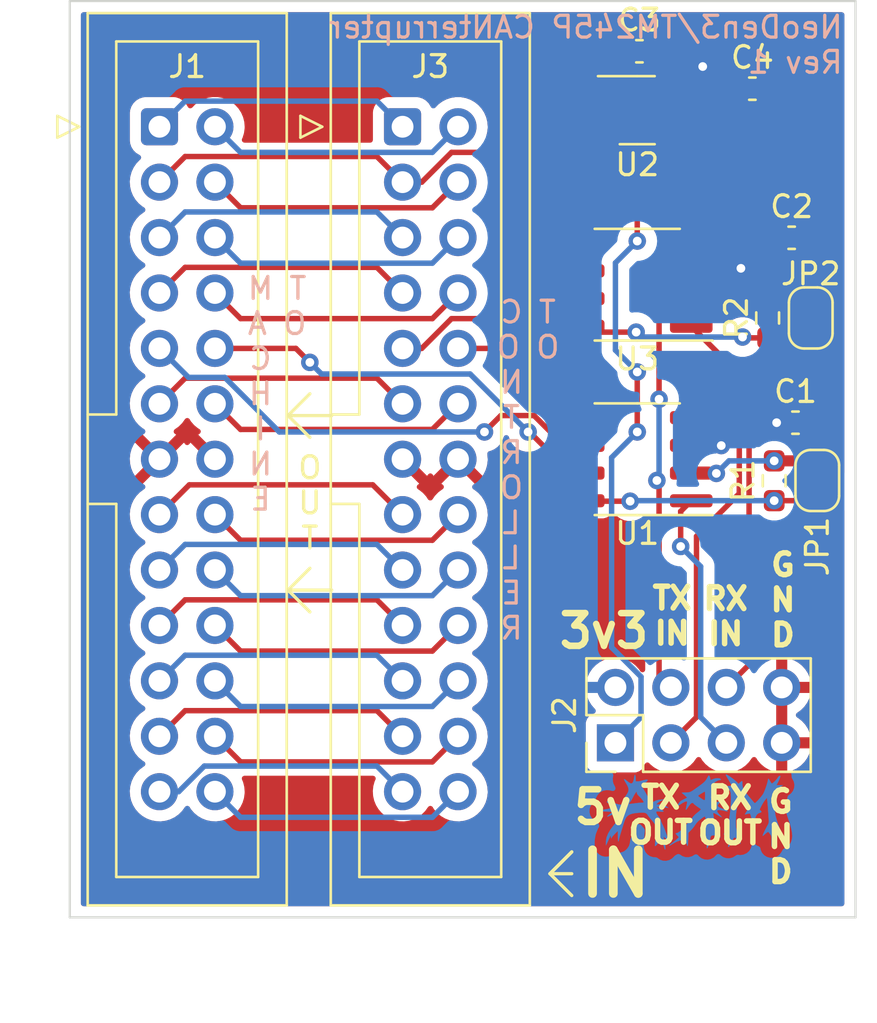
<source format=kicad_pcb>
(kicad_pcb (version 20211014) (generator pcbnew)

  (general
    (thickness 1.6)
  )

  (paper "A4")
  (layers
    (0 "F.Cu" signal)
    (31 "B.Cu" signal)
    (32 "B.Adhes" user "B.Adhesive")
    (33 "F.Adhes" user "F.Adhesive")
    (34 "B.Paste" user)
    (35 "F.Paste" user)
    (36 "B.SilkS" user "B.Silkscreen")
    (37 "F.SilkS" user "F.Silkscreen")
    (38 "B.Mask" user)
    (39 "F.Mask" user)
    (40 "Dwgs.User" user "User.Drawings")
    (41 "Cmts.User" user "User.Comments")
    (42 "Eco1.User" user "User.Eco1")
    (43 "Eco2.User" user "User.Eco2")
    (44 "Edge.Cuts" user)
    (45 "Margin" user)
    (46 "B.CrtYd" user "B.Courtyard")
    (47 "F.CrtYd" user "F.Courtyard")
    (48 "B.Fab" user)
    (49 "F.Fab" user)
    (50 "User.1" user)
    (51 "User.2" user)
    (52 "User.3" user)
    (53 "User.4" user)
    (54 "User.5" user)
    (55 "User.6" user)
    (56 "User.7" user)
    (57 "User.8" user)
    (58 "User.9" user)
  )

  (setup
    (pad_to_mask_clearance 0)
    (pcbplotparams
      (layerselection 0x00010fc_ffffffff)
      (disableapertmacros false)
      (usegerberextensions false)
      (usegerberattributes true)
      (usegerberadvancedattributes true)
      (creategerberjobfile true)
      (svguseinch false)
      (svgprecision 6)
      (excludeedgelayer true)
      (plotframeref false)
      (viasonmask false)
      (mode 1)
      (useauxorigin false)
      (hpglpennumber 1)
      (hpglpenspeed 20)
      (hpglpendiameter 15.000000)
      (dxfpolygonmode true)
      (dxfimperialunits true)
      (dxfusepcbnewfont true)
      (psnegative false)
      (psa4output false)
      (plotreference true)
      (plotvalue true)
      (plotinvisibletext false)
      (sketchpadsonfab false)
      (subtractmaskfromsilk false)
      (outputformat 1)
      (mirror false)
      (drillshape 1)
      (scaleselection 1)
      (outputdirectory "")
    )
  )

  (net 0 "")
  (net 1 "GND")
  (net 2 "+5V")
  (net 3 "CAN1_L_b")
  (net 4 "TX_OUT")
  (net 5 "RX_OUT")
  (net 6 "RX_IN")
  (net 7 "TX_IN")
  (net 8 "CAN1_H_a")
  (net 9 "CAN1_L_a")
  (net 10 "+3V3")
  (net 11 "unconnected-(U1-Pad5)")
  (net 12 "CAN1_H_b")
  (net 13 "Net-(JP1-Pad1)")
  (net 14 "unconnected-(U2-Pad4)")
  (net 15 "unconnected-(U3-Pad5)")
  (net 16 "14")
  (net 17 "Net-(J1-Pad2)")
  (net 18 "Net-(J1-Pad4)")
  (net 19 "16")
  (net 20 "Net-(J1-Pad6)")
  (net 21 "17")
  (net 22 "Net-(J1-Pad8)")
  (net 23 "19")
  (net 24 "Net-(J1-Pad12)")
  (net 25 "21")
  (net 26 "Net-(J1-Pad16)")
  (net 27 "22")
  (net 28 "Net-(J1-Pad18)")
  (net 29 "23")
  (net 30 "Net-(J1-Pad20)")
  (net 31 "24")
  (net 32 "Net-(J1-Pad22)")
  (net 33 "25")
  (net 34 "Net-(J1-Pad24)")
  (net 35 "26")
  (net 36 "Net-(J1-Pad26)")
  (net 37 "Net-(JP2-Pad1)")

  (footprint "Capacitor_SMD:C_0603_1608Metric_Pad1.08x0.95mm_HandSolder" (layer "F.Cu") (at 147.25 98.325))

  (footprint "Package_TO_SOT_SMD:SOT-23-5" (layer "F.Cu") (at 140 84))

  (footprint "Package_SO:SOIC-8_3.9x4.9mm_P1.27mm" (layer "F.Cu") (at 140 100 180))

  (footprint "Capacitor_SMD:C_0603_1608Metric_Pad1.08x0.95mm_HandSolder" (layer "F.Cu") (at 140.1 81.3))

  (footprint "Capacitor_SMD:C_0603_1608Metric_Pad1.08x0.95mm_HandSolder" (layer "F.Cu") (at 145.275 83.015))

  (footprint "Jumper:SolderJumper-2_P1.3mm_Bridged_RoundedPad1.0x1.5mm" (layer "F.Cu") (at 148.25 100.975 90))

  (footprint "Package_SO:SOIC-8_3.9x4.9mm_P1.27mm" (layer "F.Cu") (at 140 92 180))

  (footprint "Resistor_SMD:R_0603_1608Metric_Pad0.98x0.95mm_HandSolder" (layer "F.Cu") (at 146.275 100.9875 90))

  (footprint "Jumper:SolderJumper-2_P1.3mm_Bridged_RoundedPad1.0x1.5mm" (layer "F.Cu") (at 147.95 93.525 90))

  (footprint "Connector_PinHeader_2.54mm:PinHeader_2x04_P2.54mm_Vertical" (layer "F.Cu") (at 139 113 90))

  (footprint "Connector_IDC:IDC-Header_2x13_P2.54mm_Vertical" (layer "F.Cu") (at 118.11 84.76))

  (footprint "Capacitor_SMD:C_0603_1608Metric_Pad1.08x0.95mm_HandSolder" (layer "F.Cu") (at 147.075 89.85))

  (footprint "Resistor_SMD:R_0603_1608Metric_Pad0.98x0.95mm_HandSolder" (layer "F.Cu") (at 145.975 93.525 90))

  (footprint "Connector_IDC:IDC-Header_2x13_P2.54mm_Vertical" (layer "F.Cu") (at 129.2475 84.76))

  (footprint "MRA:MRA-2024_10x6mm" (layer "B.Cu") (at 142.5 117.5 180))

  (gr_line (start 124 106) (end 125 107) (layer "F.SilkS") (width 0.15) (tstamp 1b35ceba-fc0c-497f-b452-c9ae99678733))
  (gr_line (start 126 98) (end 124 98) (layer "F.SilkS") (width 0.15) (tstamp 6383d51c-2a4a-451b-80f6-d8ddd181fcca))
  (gr_line (start 124 106) (end 125 105) (layer "F.SilkS") (width 0.15) (tstamp 82685c86-25ea-4101-9a87-13af464cb716))
  (gr_line (start 124 98) (end 125 97) (layer "F.SilkS") (width 0.15) (tstamp 997ebd3b-fb52-489d-905e-2a7aae5bd517))
  (gr_line (start 136 119) (end 137 118) (layer "F.SilkS") (width 0.15) (tstamp a3211a09-e8bb-45b4-9fce-27397cf3f049))
  (gr_line (start 137 119) (end 136 119) (layer "F.SilkS") (width 0.15) (tstamp bab9a1de-c8d3-471f-9075-142844f4fafd))
  (gr_line (start 126 106) (end 124 106) (layer "F.SilkS") (width 0.15) (tstamp c0ed410a-0280-4a8c-8ff3-f58b7b1340fc))
  (gr_line (start 137 120) (end 136 119) (layer "F.SilkS") (width 0.15) (tstamp c72c22c7-03ff-4aff-8914-f4bb4f8b74fb))
  (gr_line (start 137 118) (end 136 119) (layer "F.SilkS") (width 0.15) (tstamp e82afd7a-801a-4e3e-8de5-eae8d5f80978))
  (gr_line (start 124 98) (end 125 99) (layer "F.SilkS") (width 0.15) (tstamp f2ae85d9-7640-48a3-83c4-8d4b3e89cde3))
  (gr_line (start 150 79) (end 150 121) (layer "Edge.Cuts") (width 0.1) (tstamp 37adae89-c453-452e-9eba-b7b5810782ff))
  (gr_line (start 114 121) (end 114 79) (layer "Edge.Cuts") (width 0.1) (tstamp 68ac5ede-4be6-4cf4-af0b-e6ffb760e579))
  (gr_line (start 114 79) (end 150 79) (layer "Edge.Cuts") (width 0.1) (tstamp 7f96af27-0894-4332-82e7-8a43e9cb2c6b))
  (gr_line (start 150 121) (end 114 121) (layer "Edge.Cuts") (width 0.1) (tstamp be3c84b7-d017-4d3f-a81b-d7b8f9c7d610))
  (gr_text "NeoDen3/TM245P CANterrupter\nRev 1" (at 149.5 81) (layer "B.SilkS") (tstamp 85e5ba4e-27c5-4953-97da-30453358411c)
    (effects (font (size 1 1) (thickness 0.15)) (justify left mirror))
  )
  (gr_text "T C\nO O\n  N\n  T\n  R\n  O\n  L\n  L\n  E\n  R" (at 135 100.5) (layer "B.SilkS") (tstamp 89856a81-e87a-40be-bf91-0bf118f6c5d1)
    (effects (font (size 1 1) (thickness 0.15)) (justify mirror))
  )
  (gr_text "T M\nO A\n  C\n  H\n  I\n  N\n  E" (at 123.5 97) (layer "B.SilkS") (tstamp 9784282a-b8b7-4596-a74c-a9fe26c692e5)
    (effects (font (size 1 1) (thickness 0.15)) (justify mirror))
  )
  (gr_text "RX\nOUT" (at 144.25 116.325) (layer "F.SilkS") (tstamp 1f3b451a-b3d5-4412-b287-bc28c4dd75d3)
    (effects (font (size 1 1) (thickness 0.25)))
  )
  (gr_text "IN\n" (at 139 119) (layer "F.SilkS") (tstamp 279041df-5701-40f8-b43b-c55f9f224924)
    (effects (font (size 2 2) (thickness 0.4)))
  )
  (gr_text "TX\nIN" (at 141.6 107.175) (layer "F.SilkS") (tstamp 30c21f42-be8b-44a8-8755-4c71ea17970e)
    (effects (font (size 1 1) (thickness 0.25)))
  )
  (gr_text "3v3" (at 138.475 107.875) (layer "F.SilkS") (tstamp 7b3c9497-d115-4983-9d12-36e4b2e87f8b)
    (effects (font (size 1.5 1.5) (thickness 0.3)))
  )
  (gr_text "RX\nIN" (at 144.05 107.2) (layer "F.SilkS") (tstamp b87393fd-025c-457c-998c-e5a14d5e61ea)
    (effects (font (size 1 1) (thickness 0.25)))
  )
  (gr_text "5v" (at 138.425 115.95) (layer "F.SilkS") (tstamp d476c3a6-daec-4bf7-b315-b4c2f1faa61d)
    (effects (font (size 1.5 1.5) (thickness 0.3)))
  )
  (gr_text "G\nN\nD" (at 146.675 106.45) (layer "F.SilkS") (tstamp d7f04d86-0ec8-4a47-ac10-2c688fbbbf9f)
    (effects (font (size 1 1) (thickness 0.25)))
  )
  (gr_text "TX\nOUT" (at 141.075 116.3) (layer "F.SilkS") (tstamp dcb532ab-2ba5-41bb-a9e2-2e41eccd101b)
    (effects (font (size 1 1) (thickness 0.25)))
  )
  (gr_text "G\nN\nD" (at 146.575 117.3) (layer "F.SilkS") (tstamp f7c1d7b2-5abf-4287-b0a2-4fb09ce14600)
    (effects (font (size 1 1) (thickness 0.25)))
  )
  (gr_text "O\nU\nT\n" (at 125 102) (layer "F.SilkS") (tstamp fade96c7-0c0f-4c4d-a287-8f5d4debf57d)
    (effects (font (size 1 1) (thickness 0.15)))
  )

  (segment (start 146.2375 92.875) (end 145.975 92.6125) (width 0.25) (layer "F.Cu") (net 1) (tstamp 0705a4b8-191a-481c-9642-e30d4f8b7703))
  (segment (start 143.61 100.635) (end 143.625 100.65) (width 0.25) (layer "F.Cu") (net 1) (tstamp 15a31f54-04c5-419f-8f88-f4c8aa85b434))
  (segment (start 147.95 92.875) (end 146.2375 92.875) (width 0.25) (layer "F.Cu") (net 1) (tstamp 73276d92-63e1-4616-b560-cb3ebc640510))
  (segment (start 142.475 100.635) (end 143.61 100.635) (width 0.25) (layer "F.Cu") (net 1) (tstamp d0bcadc0-8062-4a79-9b56-e3592d090664))
  (via (at 143.625 100.65) (size 0.8) (drill 0.4) (layers "F.Cu" "B.Cu") (net 1) (tstamp 905f2401-2b23-42dd-9f1f-61e429536cc2))
  (via (at 146.275 100.075) (size 0.8) (drill 0.4) (layers "F.Cu" "B.Cu") (net 1) (tstamp f2fedf92-cb6c-44a0-a8c3-326fa616d4fa))
  (segment (start 143.625 100.65) (end 144.2 100.075) (width 0.25) (layer "B.Cu") (net 1) (tstamp 38284b15-cf9d-423d-af8a-3cb3321f00f4))
  (segment (start 144.2 100.075) (end 146.275 100.075) (width 0.25) (layer "B.Cu") (net 1) (tstamp 588671fa-98e7-4579-8b6d-99e98c56d0d9))
  (segment (start 140 86.0875) (end 138.8625 84.95) (width 0.25) (layer "F.Cu") (net 2) (tstamp 20c4d52b-6ca5-4431-b166-04146a79621b))
  (segment (start 135.065489 85.934511) (end 137.95 83.05) (width 0.25) (layer "F.Cu") (net 2) (tstamp 222138b5-d6cb-4a76-bfb4-ba0550dad945))
  (segment (start 139.2375 81.3) (end 139.2375 82.675) (width 0.25) (layer "F.Cu") (net 2) (tstamp 349aaf1f-920f-4cd7-a796-a43040918eaf))
  (segment (start 140 90) (end 140 86.0875) (width 0.25) (layer "F.Cu") (net 2) (tstamp 4e3339a2-509f-4dd5-b976-5c39eb77c153))
  (segment (start 137.95 83.05) (end 138.8625 83.05) (width 0.25) (layer "F.Cu") (net 2) (tstamp 54d5a9ee-f256-497d-aa75-558498c68e3d))
  (segment (start 119.284511 86.125489) (end 128.072989 86.125489) (width 0.25) (layer "F.Cu") (net 2) (tstamp 72c43909-830c-471d-91a5-b90da356a981))
  (segment (start 129.2475 87.3) (end 130.12649 87.3) (width 0.25) (layer "F.Cu") (net 2) (tstamp 7d31a6d7-88f5-4c78-83fa-083d2412cd54))
  (segment (start 128.072989 86.125489) (end 129.2475 87.3) (width 0.25) (layer "F.Cu") (net 2) (tstamp 906d08f4-1e2b-444d-b9a0-861994c259d7))
  (segment (start 130.12649 87.3) (end 131.491979 85.934511) (width 0.25) (layer "F.Cu") (net 2) (tstamp 956b560d-23aa-4151-ac3b-6ffba79f7764))
  (segment (start 137.877989 85.934511) (end 138.8625 84.95) (width 0.25) (layer "F.Cu") (net 2) (tstamp 96bbbf44-09fc-4e6b-b3a5-80f37757d490))
  (segment (start 118.11 87.3) (end 119.284511 86.125489) (width 0.25) (layer "F.Cu") (net 2) (tstamp 9e473952-0655-4c61-b0a7-804ff8996ecf))
  (segment (start 140 96) (end 140 98.75) (width 0.25) (layer "F.Cu") (net 2) (tstamp ac3cbfb4-7fa8-42ff-b4c0-75a28e62bfb1))
  (segment (start 139.2375 82.675) (end 138.8625 83.05) (width 0.25) (layer "F.Cu") (net 2) (tstamp bd7bf443-6111-4ec5-bb22-b7c3f36493d7))
  (segment (start 131.491979 85.934511) (end 135.065489 85.934511) (width 0.25) (layer "F.Cu") (net 2) (tstamp cc662837-990c-4a0f-93a0-25df3683bc53))
  (segment (start 135.065489 85.934511) (end 137.877989 85.934511) (width 0.25) (layer "F.Cu") (net 2) (tstamp dc0de484-773a-4c2c-871d-0c796bbaeec2))
  (via (at 140 90) (size 0.8) (drill 0.4) (layers "F.Cu" "B.Cu") (net 2) (tstamp 0d4c2140-1a06-4cd9-861e-c1066ffc7fda))
  (via (at 140 98.75) (size 0.8) (drill 0.4) (layers "F.Cu" "B.Cu") (net 2) (tstamp 7f625e12-692b-4b28-b191-4fd476bf21d9))
  (via (at 140 96) (size 0.8) (drill 0.4) (layers "F.Cu" "B.Cu") (net 2) (tstamp 83faa0eb-1191-42c7-8b7e-046a3985374c))
  (segment (start 138.825 108.62399) (end 140.174511 109.973501) (width 0.25) (layer "B.Cu") (net 2) (tstamp 14fc2305-fea3-47d6-9a37-84bcd115322e))
  (segment (start 140.174511 111.825489) (end 139 113) (width 0.25) (layer "B.Cu") (net 2) (tstamp 6734d642-1332-41b0-95a1-bc63619b364b))
  (segment (start 140 98.75) (end 138.825 99.925) (width 0.25) (layer "B.Cu") (net 2) (tstamp 6fa8145f-4c86-431d-a94b-57494552123b))
  (segment (start 140.174511 109.973501) (end 140.174511 111.825489) (width 0.25) (layer "B.Cu") (net 2) (tstamp 881ba6c1-962a-43e8-acdf-1c75a4cb2656))
  (segment (start 139 91) (end 139 95) (width 0.25) (layer "B.Cu") (net 2) (tstamp 8a36bba3-719c-4401-a7e2-b97ec71035f5))
  (segment (start 138.825 99.925) (end 138.825 108.62399) (width 0.25) (layer "B.Cu") (net 2) (tstamp 8d91fba1-8886-4a37-831b-de5af95353f4))
  (segment (start 139 95) (end 140 96) (width 0.25) (layer "B.Cu") (net 2) (tstamp add4f416-1cd8-4b85-b16a-fdd542b7564e))
  (segment (start 140 90) (end 139 91) (width 0.25) (layer "B.Cu") (net 2) (tstamp c54fe3fe-c821-4517-a10d-a6e2e66389dc))
  (segment (start 136.639614 99.365) (end 135.274614 98) (width 0.25) (layer "F.Cu") (net 3) (tstamp 2b663c60-3d1d-416a-b4f3-bc88b30fecc2))
  (segment (start 133.75 98) (end 133 98.75) (width 0.25) (layer "F.Cu") (net 3) (tstamp 4d17dbec-6677-4692-ab72-28ff4b3efc4c))
  (segment (start 137.525 99.365) (end 136.639614 99.365) (width 0.25) (layer "F.Cu") (net 3) (tstamp 989437b9-cb29-4f7b-bbc4-05cee922a0af))
  (segment (start 135.274614 98) (end 133.75 98) (width 0.25) (layer "F.Cu") (net 3) (tstamp a0f7bed3-f86f-4691-99b7-86816373e0af))
  (via (at 133 98.75) (size 0.8) (drill 0.4) (layers "F.Cu" "B.Cu") (net 3) (tstamp 7ed5d499-ce91-4a0a-b8f6-172e9f6b9f3e))
  (segment (start 123.60101 98.75) (end 121.10101 96.25) (width 0.25) (layer "B.Cu") (net 3) (tstamp 039a3de2-4941-4b08-8cd7-77290cf1ea4b))
  (segment (start 119.44 96.25) (end 118.11 94.92) (width 0.25) (layer "B.Cu") (net 3) (tstamp 4359e8c3-d822-448a-af6e-6c4b0063b2ee))
  (segment (start 121.10101 96.25) (end 119.44 96.25) (width 0.25) (layer "B.Cu") (net 3) (tstamp 8018e8f6-27b0-4090-8d4f-ea935cfd590b))
  (segment (start 133 98.75) (end 123.60101 98.75) (width 0.25) (layer "B.Cu") (net 3) (tstamp dbd714d9-fc9f-4409-9946-03077eb75029))
  (segment (start 144.369614 98.095) (end 142.475 98.095) (width 0.25) (layer "F.Cu") (net 4) (tstamp 01a93aed-3f5f-490c-bdf0-2a82fc847f43))
  (segment (start 141.54 113) (end 142.714511 111.825489) (width 0.25) (layer "F.Cu") (net 4) (tstamp 2ff1d49a-c1be-4edc-bf3f-2a52fd4c3d16))
  (segment (start 144.675 98.400386) (end 144.369614 98.095) (width 0.25) (layer "F.Cu") (net 4) (tstamp 4396119c-99e6-41e2-9ac0-68739bd583b3))
  (segment (start 142.714511 111.825489) (end 142.714511 103.535489) (width 0.25) (layer "F.Cu") (net 4) (tstamp c40c6bbe-3e5d-4dc0-830f-a8ffddb54246))
  (segment (start 144.675 101.575) (end 144.675 98.400386) (width 0.25) (layer "F.Cu") (net 4) (tstamp dd723218-5c30-41fd-8726-40493ccc3dcd))
  (segment (start 142.714511 103.535489) (end 144.675 101.575) (width 0.25) (layer "F.Cu") (net 4) (tstamp f7a7e2fc-bddc-4986-9cb5-f3a1f3a42b31))
  (segment (start 141.990011 104) (end 141.990011 102.389989) (width 0.25) (layer "F.Cu") (net 5) (tstamp 7a448847-7116-48de-b692-b7877afd003d))
  (segment (start 141.990011 102.389989) (end 142.475 101.905) (width 0.25) (layer "F.Cu") (net 5) (tstamp 7bd1f7ed-387c-4f0e-861c-f776352253f0))
  (via (at 141.990011 104) (size 0.8) (drill 0.4) (layers "F.Cu" "B.Cu") (net 5) (tstamp 01d9e566-bc7d-4c20-a81e-89fcea8d3a8b))
  (segment (start 142.905489 111.825489) (end 142.905489 104.915478) (width 0.25) (layer "B.Cu") (net 5) (tstamp 37554477-8444-4e13-8ce2-29b2ff7ca69c))
  (segment (start 144.08 113) (end 142.905489 111.825489) (width 0.25) (layer "B.Cu") (net 5) (tstamp b3a0b8ce-2aa1-4690-9631-0ac56a44c123))
  (segment (start 142.905489 104.915478) (end 141.990011 104) (width 0.25) (layer "B.Cu") (net 5) (tstamp e1af900d-4d34-4f1c-9cac-0057cfab8079))
  (segment (start 145.12452 96.55452) (end 142.475 93.905) (width 0.25) (layer "F.Cu") (net 6) (tstamp 6640e98e-656f-46c7-b34a-df2d64dd505d))
  (segment (start 145.12452 109.41548) (end 145.12452 96.55452) (width 0.25) (layer "F.Cu") (net 6) (tstamp 9d883a3a-9ea5-4da2-ab06-a32664d72251))
  (segment (start 144.08 110.46) (end 145.12452 109.41548) (width 0.25) (layer "F.Cu") (net 6) (tstamp fb0cf383-b974-49fc-878c-23d5d10579e6))
  (segment (start 141 101.075) (end 141 109.92) (width 0.25) (layer "F.Cu") (net 7) (tstamp 7fd10477-a5e2-48f1-8f94-399831ffe2ea))
  (segment (start 142.098928 90.095) (end 142.475 90.095) (width 0.25) (layer "F.Cu") (net 7) (tstamp 9c60e7d3-b608-4979-96f6-1ac62873d94b))
  (segment (start 141 109.92) (end 141.54 110.46) (width 0.25) (layer "F.Cu") (net 7) (tstamp 9e96709e-45a0-4253-801e-fa0e46cded95))
  (segment (start 141 91.193928) (end 142.098928 90.095) (width 0.25) (layer "F.Cu") (net 7) (tstamp a6b3ca1d-fd4f-47f3-8a4d-2e3518aea13b))
  (segment (start 140.9 100.975) (end 141 101.075) (width 0.25) (layer "F.Cu") (net 7) (tstamp b227a2b4-060e-4ec6-bc4a-8e998433531f))
  (segment (start 141 97.25) (end 141 91.193928) (width 0.25) (layer "F.Cu") (net 7) (tstamp d0d4f553-fa9d-4102-9d57-00ae57584fca))
  (via (at 140.9 100.975) (size 0.8) (drill 0.4) (layers "F.Cu" "B.Cu") (net 7) (tstamp 3aa25b70-0c26-4a82-807f-f9b9da2f3069))
  (via (at 141 97.25) (size 0.8) (drill 0.4) (layers "F.Cu" "B.Cu") (net 7) (tstamp 437e54dd-953f-4e30-90f7-1dedc39be67b))
  (segment (start 140.9 100.975) (end 141 100.875) (width 0.25) (layer "B.Cu") (net 7) (tstamp 20a18dab-c529-4141-ac91-e0651a4d7492))
  (segment (start 141 100.875) (end 141 97.25) (width 0.25) (layer "B.Cu") (net 7) (tstamp a99b7081-5276-4cae-b987-4d5349585eaa))
  (segment (start 133.58 94.92) (end 135.865 92.635) (width 0.25) (layer "F.Cu") (net 8) (tstamp 367b3eef-20d3-4ac9-9a2e-6e8bab424d64))
  (segment (start 131.7875 94.92) (end 133.58 94.92) (width 0.25) (layer "F.Cu") (net 8) (tstamp 3e45d173-0f65-4631-8988-3e024d7bd343))
  (segment (start 135.865 92.635) (end 137.525 92.635) (width 0.25) (layer "F.Cu") (net 8) (tstamp efff262d-2943-460e-b8d2-6562385a049f))
  (segment (start 129.2475 94.92) (end 130.12649 94.92) (width 0.25) (layer "F.Cu") (net 9) (tstamp 3921a141-d594-4e5d-b607-2e3ed30a4534))
  (segment (start 134.195489 93.554511) (end 136.385 91.365) (width 0.25) (layer "F.Cu") (net 9) (tstamp 5297421a-6a31-4f22-a6a7-119b56ceb54e))
  (segment (start 136.385 91.365) (end 137.525 91.365) (width 0.25) (layer "F.Cu") (net 9) (tstamp bd72f7ee-4d12-40db-ac74-db1201d28ba1))
  (segment (start 130.12649 94.92) (end 131.491979 93.554511) (width 0.25) (layer "F.Cu") (net 9) (tstamp e81f6c52-9d31-4297-a40e-dd97963bf87c))
  (segment (start 131.491979 93.554511) (end 134.195489 93.554511) (width 0.25) (layer "F.Cu") (net 9) (tstamp f3688389-ee69-4a86-9d77-0aafd858d18b))
  (segment (start 143.85 99.375) (end 143.84 99.365) (width 0.25) (layer "F.Cu") (net 10) (tstamp 2a5d72d2-83e3-4df0-9477-0943cb40fda1))
  (segment (start 143 82) (end 143.3975 82) (width 0.25) (layer "F.Cu") (net 10) (tstamp 459c5a2b-23e5-48b2-a5df-f927943e8ed5))
  (segment (start 143 82) (end 141.95 83.05) (width 0.25) (layer "F.Cu") (net 10) (tstamp 6c509276-1654-451c-9b58-5b89646e3e3e))
  (segment (start 144.635 91.365) (end 144.75 91.25) (width 0.25) (layer "F.Cu") (net 10) (tstamp 6d424111-ad3f-405e-8fe4-4769e6e6ee15))
  (segment (start 144.75 91.25) (end 144.8125 91.25) (width 0.25) (layer "F.Cu") (net 10) (tstamp 96856a0e-2bc1-4212-80ac-ac1f374d4449))
  (segment (start 141.95 83.05) (end 141.1375 83.05) (width 0.25) (layer "F.Cu") (net 10) (tstamp a9c2c6e7-aba0-446b-a959-ce00936037d4))
  (segment (start 143.84 99.365) (end 142.475 99.365) (width 0.25) (layer "F.Cu") (net 10) (tstamp afae1f0b-ceda-4766-a838-b9e0a3455166))
  (segment (start 142.475 91.365) (end 144.635 91.365) (width 0.25) (layer "F.Cu") (net 10) (tstamp c0ecbcfe-7b79-44fa-b3b8-a6edb101ac67))
  (segment (start 143.3975 82) (end 144.4125 83.015) (width 0.25) (layer "F.Cu") (net 10) (tstamp d720c83b-7eb4-437b-851d-0c48c626245f))
  (segment (start 144.8125 91.25) (end 146.2125 89.85) (width 0.25) (layer "F.Cu") (net 10) (tstamp f1a8f4a6-02e1-4551-b8e0-9a2eb2cb55e1))
  (via (at 143.85 99.375) (size 0.8) (drill 0.4) (layers "F.Cu" "B.Cu") (net 10) (tstamp ad0bbfa1-0b5c-48b3-80f8-4224ada35993))
  (via (at 146.3875 98.325) (size 0.8) (drill 0.4) (layers "F.Cu" "B.Cu") (net 10) (tstamp c828d757-acee-4012-b180-08fa53c74a48))
  (via (at 143 82) (size 0.8) (drill 0.4) (layers "F.Cu" "B.Cu") (net 10) (tstamp d4345894-0888-4df4-9263-3eb20ae519ab))
  (via (at 144.75 91.25) (size 0.8) (drill 0.4) (layers "F.Cu" "B.Cu") (net 10) (tstamp f02143ec-3735-4cb6-8bbd-246cba88c3b7))
  (segment (start 143.85 99.375) (end 145.3375 99.375) (width 0.25) (layer "B.Cu") (net 10) (tstamp d3d5ac86-c364-42d3-b107-2f6fb5119784))
  (segment (start 145.3375 99.375) (end 146.3875 98.325) (width 0.25) (layer "B.Cu") (net 10) (tstamp f3d0f509-0dd0-4774-9a81-69320c6b4224))
  (segment (start 136.945778 100.635) (end 137.525 100.635) (width 0.25) (layer "F.Cu") (net 12) (tstamp 57075325-c231-4e58-abc3-950998a179e1))
  (segment (start 135 98.75) (end 135.060778 98.75) (width 0.25) (layer "F.Cu") (net 12) (tstamp 771bf096-2620-4333-a0c5-0a4bab98a5f8))
  (segment (start 120.65 94.92) (end 124.359011 94.92) (width 0.25) (layer "F.Cu") (net 12) (tstamp 86aa3a97-7c0e-41fa-b771-0f0c3f623495))
  (segment (start 135.060778 98.75) (end 136.945778 100.635) (width 0.25) (layer "F.Cu") (net 12) (tstamp ba7689ed-78f8-4718-bdc8-296760eac451))
  (segment (start 124.359011 94.92) (end 125 95.560989) (width 0.25) (layer "F.Cu") (net 12) (tstamp fc961b64-0558-4d00-81b9-f7ac49343d0f))
  (via (at 125 95.560989) (size 0.8) (drill 0.4) (layers "F.Cu" "B.Cu") (net 12) (tstamp 35c78d5a-1a13-4d6b-ae9f-130e96e5aa1b))
  (via (at 135 98.75) (size 0.8) (drill 0.4) (layers "F.Cu" "B.Cu") (net 12) (tstamp 8ae1b107-9f66-4294-b8d6-cf632c7b8a37))
  (segment (start 135 98.75) (end 132.344511 96.094511) (width 0.25) (layer "B.Cu") (net 12) (tstamp 4d8074a0-ed5c-414c-9a5a-5b6449ad64b8))
  (segment (start 132.344511 96.094511) (end 125.533522 96.094511) (width 0.25) (layer "B.Cu") (net 12) (tstamp 666b1933-cca2-40a3-90a1-077aa7d3605b))
  (segment (start 125.533522 96.094511) (end 125 95.560989) (width 0.25) (layer "B.Cu") (net 12) (tstamp 9f91bfd8-8f3f-4d5a-bdf7-3389079e3e3c))
  (segment (start 146.275 101.9) (end 147.975 101.9) (width 0.25) (layer "F.Cu") (net 13) (tstamp 0f9040cd-1d7b-454d-89f9-f0aa1bac54fd))
  (segment (start 137.545 101.925) (end 137.525 101.905) (width 0.25) (layer "F.Cu") (net 13) (tstamp 89cb9c0f-b2c4-4546-b1af-a7b0f95e1513))
  (segment (start 147.975 101.9) (end 148.25 101.625) (width 0.25) (layer "F.Cu") (net 13) (tstamp b9f15cd6-166e-4d26-a0e9-17b9bd3d7855))
  (segment (start 139.675 101.925) (end 137.545 101.925) (width 0.25) (layer "F.Cu") (net 13) (tstamp ef633464-6b69-40e4-aefa-41b5e8de8116))
  (via (at 139.675 101.925) (size 0.8) (drill 0.4) (layers "F.Cu" "B.Cu") (net 13) (tstamp 4ac8a439-0e78-47db-b6ee-fa921d98f879))
  (via (at 146.275 101.9) (size 0.8) (drill 0.4) (layers "F.Cu" "B.Cu") (net 13) (tstamp 6b7347a9-a03c-4b02-ba56-6a125b9879b6))
  (segment (start 139.7 101.9) (end 139.675 101.925) (width 0.25) (layer "B.Cu") (net 13) (tstamp 8d4692be-6c7d-4347-8064-c5289c47c115))
  (segment (start 146.275 101.9) (end 139.7 101.9) (width 0.25) (layer "B.Cu") (net 13) (tstamp d28af20f-2b70-4d27-aba3-de6fca052a54))
  (segment (start 118.11 84.76) (end 119.284511 83.585489) (width 0.25) (layer "B.Cu") (net 16) (tstamp 45346e5b-30f3-4f2d-93bb-00c0cc954be9))
  (segment (start 119.284511 83.585489) (end 128.072989 83.585489) (width 0.25) (layer "B.Cu") (net 16) (tstamp be5f0528-9021-4698-acf7-7568c448e474))
  (segment (start 128.072989 83.585489) (end 129.2475 84.76) (width 0.25) (layer "B.Cu") (net 16) (tstamp f2a7aa4b-9dce-4357-9f70-92c352c6c738))
  (segment (start 120.65 84.76) (end 121.82452 85.93452) (width 0.25) (layer "B.Cu") (net 17) (tstamp 0083ec75-76b0-493d-8fda-a764c239d7cf))
  (segment (start 130.61298 85.93452) (end 131.7875 84.76) (width 0.25) (layer "B.Cu") (net 17) (tstamp 32b61a13-4aff-4bac-9fbe-92b95a644c62))
  (segment (start 121.82452 85.93452) (end 130.61298 85.93452) (width 0.25) (layer "B.Cu") (net 17) (tstamp c269488e-d53b-462a-958b-b94261f4be44))
  (segment (start 130.612989 88.474511) (end 131.7875 87.3) (width 0.25) (layer "F.Cu") (net 18) (tstamp 626b106f-5298-4624-8621-4c71b192b89c))
  (segment (start 120.65 87.3) (end 121.824511 88.474511) (width 0.25) (layer "F.Cu") (net 18) (tstamp 9df9c3da-3415-42a7-9ff8-310f85653067))
  (segment (start 121.824511 88.474511) (end 130.612989 88.474511) (width 0.25) (layer "F.Cu") (net 18) (tstamp f2142b5d-5acb-449f-bce9-da997f7a1565))
  (segment (start 118.11 89.84) (end 119.284511 88.665489) (width 0.25) (layer "B.Cu") (net 19) (tstamp 5bb9604f-b863-4300-9a44-4bd76802d13a))
  (segment (start 128.072989 88.665489) (end 129.2475 89.84) (width 0.25) (layer "B.Cu") (net 19) (tstamp 8385b95d-6b99-4dcf-a51f-c892e4cb3fe0))
  (segment (start 119.284511 88.665489) (end 128.072989 88.665489) (width 0.25) (layer "B.Cu") (net 19) (tstamp befff059-d19e-4cb7-8297-16485bae5356))
  (segment (start 120.65 89.84) (end 121.824511 91.014511) (width 0.25) (layer "B.Cu") (net 20) (tstamp 1e55239a-b4b2-44d6-96eb-f4d00923a84e))
  (segment (start 130.612989 91.014511) (end 131.7875 89.84) (width 0.25) (layer "B.Cu") (net 20) (tstamp abfa0b89-265b-4182-b7f9-23bf8177ecd1))
  (segment (start 121.824511 91.014511) (end 130.612989 91.014511) (width 0.25) (layer "B.Cu") (net 20) (tstamp b05437ce-3e5a-46fb-8266-f774125bcbb3))
  (segment (start 118.11 92.38) (end 119.284511 91.205489) (width 0.25) (layer "F.Cu") (net 21) (tstamp 11041ffe-9688-4e0f-81dc-bc6e1a68d24a))
  (segment (start 119.284511 91.205489) (end 128.072989 91.205489) (width 0.25) (layer "F.Cu") (net 21) (tstamp 62b04c01-f216-4648-a8ff-92e79b27eadf))
  (segment (start 128.072989 91.205489) (end 129.2475 92.38) (width 0.25) (layer "F.Cu") (net 21) (tstamp 8a4d46bd-9a80-42fc-b84c-b20ee2df828f))
  (segment (start 130.612989 93.554511) (end 131.7875 92.38) (width 0.25) (layer "F.Cu") (net 22) (tstamp 02d130a8-58c5-48c8-9baa-1ec19766502e))
  (segment (start 121.824511 93.554511) (end 130.612989 93.554511) (width 0.25) (layer "F.Cu") (net 22) (tstamp 19d5cb7b-4f53-4294-a994-7666d6b5f5b3))
  (segment (start 120.65 92.38) (end 121.824511 93.554511) (width 0.25) (layer "F.Cu") (net 22) (tstamp 513961d9-55a2-4e89-b4d5-4f7621876ab6))
  (segment (start 118.11 97.46) (end 119.284511 96.285489) (width 0.25) (layer "F.Cu") (net 23) (tstamp 8684bf80-6b9b-4995-9030-99528b55a852))
  (segment (start 128.072989 96.285489) (end 129.2475 97.46) (width 0.25) (layer "F.Cu") (net 23) (tstamp e7e38404-5a39-49b9-8f6e-3bbe3704e1ea))
  (segment (start 119.284511 96.285489) (end 128.072989 96.285489) (width 0.25) (layer "F.Cu") (net 23) (tstamp fa26564f-649c-4360-a510-eac91a6f828b))
  (segment (start 120.65 97.46) (end 121.824511 98.634511) (width 0.25) (layer "F.Cu") (net 24) (tstamp 53773cb4-330c-4bd4-84a1-999b438cd1a9))
  (segment (start 130.612989 98.634511) (end 131.7875 97.46) (width 0.25) (layer "F.Cu") (net 24) (tstamp 5bd0a9be-04df-410a-b009-60a563493524))
  (segment (start 121.824511 98.634511) (end 130.612989 98.634511) (width 0.25) (layer "F.Cu") (net 24) (tstamp fa405c89-84bb-448e-a831-f4bea4443621))
  (segment (start 118.11 102.54) (end 119.475489 101.174511) (width 0.25) (layer "F.Cu") (net 25) (tstamp 0ddb9489-dfa7-45e2-ba7e-d3d96e7f19ca))
  (segment (start 119.475489 101.174511) (end 127.882011 101.174511) (width 0.25) (layer "F.Cu") (net 25) (tstamp a7f2a493-0c9d-4122-99c0-6491746c3f82))
  (segment (start 127.882011 101.174511) (end 129.2475 102.54) (width 0.25) (layer "F.Cu") (net 25) (tstamp a851c0c1-318c-433e-aae3-5954620678ad))
  (segment (start 120.65 102.54) (end 121.824511 103.714511) (width 0.25) (layer "F.Cu") (net 26) (tstamp 22f519b6-8afd-453a-b5f6-72ea5b6ac716))
  (segment (start 121.824511 103.714511) (end 130.612989 103.714511) (width 0.25) (layer "F.Cu") (net 26) (tstamp 33224edd-7af0-477e-8508-48d43779fb23))
  (segment (start 130.612989 103.714511) (end 131.7875 102.54) (width 0.25) (layer "F.Cu") (net 26) (tstamp 333553c6-f6b4-4017-9145-356b55a50352))
  (segment (start 128.072989 103.905489) (end 129.2475 105.08) (width 0.25) (layer "B.Cu") (net 27) (tstamp 001d5752-6dea-4feb-a3a8-927e46b35e4b))
  (segment (start 118.11 105.08) (end 119.284511 103.905489) (width 0.25) (layer "B.Cu") (net 27) (tstamp 9fc387f7-6e5b-48e0-a111-f79a2e9fee3e))
  (segment (start 119.284511 103.905489) (end 128.072989 103.905489) (width 0.25) (layer "B.Cu") (net 27) (tstamp e27f448e-7766-4de9-9ac0-db4f8ae6fba9))
  (segment (start 130.612989 106.254511) (end 131.7875 105.08) (width 0.25) (layer "B.Cu") (net 28) (tstamp 12e30761-57f7-4680-ab51-2b33bf4a932b))
  (segment (start 121.824511 106.254511) (end 130.612989 106.254511) (width 0.25) (layer "B.Cu") (net 28) (tstamp 551ff0be-0f22-41b8-8ae1-b42b70b8d1e8))
  (segment (start 120.65 105.08) (end 121.824511 106.254511) (width 0.25) (layer "B.Cu") (net 28) (tstamp ea49f44a-164d-4ef1-b863-23692aac84c0))
  (segment (start 128.072989 106.445489) (end 129.2475 107.62) (width 0.25) (layer "F.Cu") (net 29) (tstamp 085166d8-a6d2-4681-9791-71ac50a5da4c))
  (segment (start 118.11 107.62) (end 119.284511 106.445489) (width 0.25) (layer "F.Cu") (net 29) (tstamp 0cd77e6c-df5f-4e65-a84d-88d664473e02))
  (segment (start 119.284511 106.445489) (end 128.072989 106.445489) (width 0.25) (layer "F.Cu") (net 29) (tstamp bd1d54ed-8ee5-4dc8-8eb5-f86485dc0328))
  (segment (start 121.824511 108.794511) (end 130.612989 108.794511) (width 0.25) (layer "F.Cu") (net 30) (tstamp 03215252-49c6-4df0-9283-d2118213582c))
  (segment (start 120.65 107.62) (end 121.824511 108.794511) (width 0.25) (layer "F.Cu") (net 30) (tstamp 66433b9a-96d8-47fc-9891-1c4284cd48fa))
  (segment (start 130.612989 108.794511) (end 131.7875 107.62) (width 0.25) (layer "F.Cu") (net 30) (tstamp ebb8a04f-bc97-4cb2-8597-7d6d0901822e))
  (segment (start 128.072989 108.985489) (end 129.2475 110.16) (width 0.25) (layer "B.Cu") (net 31) (tstamp 02c71bb5-0d4d-4904-a0f1-a48aa5971042))
  (segment (start 118.11 110.16) (end 119.284511 108.985489) (width 0.25) (layer "B.Cu") (net 31) (tstamp 6d679b9a-efbf-457c-862a-fab84311c046))
  (segment (start 119.284511 108.985489) (end 128.072989 108.985489) (width 0.25) (layer "B.Cu") (net 31) (tstamp bf480b89-29d9-45a0-9aa7-4dda03c85381))
  (segment (start 130.612989 111.334511) (end 131.7875 110.16) (width 0.25) (layer "B.Cu") (net 32) (tstamp 6e22864b-0714-4019-83f6-3c8c06e69a24))
  (segment (start 120.65 110.16) (end 121.824511 111.334511) (width 0.25) (layer "B.Cu") (net 32) (tstamp 87676f84-66e6-4097-92f8-98732f957dc8))
  (segment (start 121.824511 111.334511) (end 130.612989 111.334511) (width 0.25) (layer "B.Cu") (net 32) (tstamp 9f8a76a9-fc92-47cb-98cf-eb19daadaa30))
  (segment (start 118.11 112.7) (end 119.284511 111.525489) (width 0.25) (layer "F.Cu") (net 33) (tstamp 19194afe-2373-4b25-97d7-a98b550d9dce))
  (segment (start 119.284511 111.525489) (end 128.072989 111.525489) (width 0.25) (layer "F.Cu") (net 33) (tstamp 9fb1f4ca-5068-487f-8e89-47a2a38dc03c))
  (segment (start 128.072989 111.525489) (end 129.2475 112.7) (width 0.25) (layer "F.Cu") (net 33) (tstamp f73c9f6c-8790-47b0-9efc-614c905ffc52))
  (segment (start 130.612989 113.874511) (end 131.7875 112.7) (width 0.25) (layer "F.Cu") (net 34) (tstamp 4f8f4c7c-af07-4ede-b2e5-9be6a7da67dd))
  (segment (start 120.65 112.7) (end 121.824511 113.874511) (width 0.25) (layer "F.Cu") (net 34) (tstamp 765f9432-c578-49ae-a63b-aa050d95d35b))
  (segment (start 121.824511 113.874511) (end 130.612989 113.874511) (width 0.25) (layer "F.Cu") (net 34) (tstamp ed2ff1bf-46d1-45aa-a998-ccbb3943ad94))
  (segment (start 118.11 115.24) (end 118.98899 115.24) (width 0.25) (layer "B.Cu") (net 35) (tstamp 22b72a7d-5cfb-45c2-b9a1-4f8fc019b2a3))
  (segment (start 118.98899 115.24) (end 120.163501 114.065489) (width 0.25) (layer "B.Cu") (net 35) (tstamp 8f21f562-88e4-4ef0-b67e-6d49628c7acc))
  (segment (start 128.072989 114.065489) (end 129.2475 115.24) (width 0.25) (layer "B.Cu") (net 35) (tstamp ebd50f98-fa1d-477d-9eae-34f387f64d93))
  (segment (start 120.163501 114.065489) (end 128.072989 114.065489) (width 0.25) (layer "B.Cu") (net 35) (tstamp f7346785-78b3-4a5e-afbe-5b1982c1b45e))
  (segment (start 130.612989 116.414511) (end 131.7875 115.24) (width 0.25) (layer "B.Cu") (net 36) (tstamp 38acb754-9cb3-473a-ae9f-edc241dde841))
  (segment (start 121.824511 116.414511) (end 130.612989 116.414511) (width 0.25) (layer "B.Cu") (net 36) (tstamp 53face3d-645e-4072-a158-093850dfb8fb))
  (segment (start 120.65 115.24) (end 121.824511 116.414511) (width 0.25) (layer "B.Cu") (net 36) (tstamp c8685291-8782-4608-91fd-c24750a708d7))
  (segment (start 137.795 94.175) (end 137.525 93.905) (width 0.25) (layer "F.Cu") (net 37) (tstamp 01e69ef0-b560-41dd-b16f-bc921bd65607))
  (segment (start 145.975 94.4375) (end 147.6875 94.4375) (width 0.25) (layer "F.Cu") (net 37) (tstamp 202e8cc5-78e5-4531-84ca-9f84743c5ba5))
  (segment (start 145.975 94.4375) (end 144.8625 94.4375) (width 0.25) (layer "F.Cu") (net 37) (tstamp 362d7bf6-44e8-40b2-9762-a8ff5541b050))
  (segment (start 144.8625 94.4375) (end 144.825 94.4) (width 0.25) (layer "F.Cu") (net 37) (tstamp 53e8046a-1d59-4374-919a-be5f7cc4a4f4))
  (segment (start 139.95 94.175) (end 137.795 94.175) (width 0.25) (layer "F.Cu") (net 37) (tstamp 5b4ca86c-ae63-4f30-b793-373734769e47))
  (segment (start 147.6875 94.4375) (end 147.95 94.175) (width 0.25) (layer "F.Cu") (net 37) (tstamp e0fb4996-14ac-4391-982b-b8f6ac20cf31))
  (via (at 139.95 94.175) (size 0.8) (drill 0.4) (layers "F.Cu" "B.Cu") (net 37) (tstamp af988139-e4a2-4a79-8faf-c94d50a2ed3a))
  (via (at 144.825 94.4) (size 0.8) (drill 0.4) (layers "F.Cu" "B.Cu") (net 37) (tstamp b98ff10d-591f-4fd6-bc6c-5200de8ff75b))
  (segment (start 140.175 94.4) (end 139.95 94.175) (width 0.25) (layer "B.Cu") (net 37) (tstamp 38541585-663b-40c5-92ae-86b487bed3b9))
  (segment (start 144.825 94.4) (end 140.175 94.4) (width 0.25) (layer "B.Cu") (net 37) (tstamp f4445ff0-10cb-4441-a446-324ab085cce6))

  (zone (net 1) (net_name "GND") (layer "F.Cu") (tstamp 3b3aa576-ac40-49d3-b51b-027ad32ec1ce) (hatch edge 0.508)
    (connect_pads (clearance 0.508))
    (min_thickness 0.254) (filled_areas_thickness no)
    (fill yes (thermal_gap 0.508) (thermal_bridge_width 0.508))
    (polygon
      (pts
        (xy 150 121)
        (xy 114 121)
        (xy 114 79)
        (xy 150 79)
      )
    )
    (filled_polygon
      (layer "F.Cu")
      (pts
        (xy 149.434121 79.528002)
        (xy 149.480614 79.581658)
        (xy 149.492 79.634)
        (xy 149.492 100.602577)
        (xy 149.471998 100.670698)
        (xy 149.418342 100.717191)
        (xy 149.348068 100.727295)
        (xy 149.293052 100.70217)
        (xy 149.292135 100.703598)
        (xy 149.284555 100.698726)
        (xy 149.277743 100.692824)
        (xy 149.144734 100.632081)
        (xy 149 100.611271)
        (xy 148.579481 100.611271)
        (xy 148.568223 100.610767)
        (xy 148.556651 100.609729)
        (xy 148.518627 100.606318)
        (xy 148.516205 100.606288)
        (xy 148.516198 100.606288)
        (xy 148.512884 100.606248)
        (xy 148.506285 100.606167)
        (xy 148.43562 100.610767)
        (xy 148.431964 100.611005)
        (xy 148.423779 100.611271)
        (xy 148.079481 100.611271)
        (xy 148.068223 100.610767)
        (xy 148.056651 100.609729)
        (xy 148.018627 100.606318)
        (xy 148.016205 100.606288)
        (xy 148.016198 100.606288)
        (xy 148.012884 100.606248)
        (xy 148.006285 100.606167)
        (xy 147.93562 100.610767)
        (xy 147.931964 100.611005)
        (xy 147.923779 100.611271)
        (xy 147.5 100.611271)
        (xy 147.491024 100.611913)
        (xy 147.433627 100.616018)
        (xy 147.433626 100.616018)
        (xy 147.426889 100.6165)
        (xy 147.405804 100.622691)
        (xy 147.334807 100.622691)
        (xy 147.275081 100.584307)
        (xy 147.245588 100.519726)
        (xy 147.247106 100.475382)
        (xy 147.248181 100.47037)
        (xy 147.257672 100.37773)
        (xy 147.258 100.371315)
        (xy 147.258 100.347115)
        (xy 147.253525 100.331876)
        (xy 147.252135 100.330671)
        (xy 147.244452 100.329)
        (xy 146.147 100.329)
        (xy 146.078879 100.308998)
        (xy 146.032386 100.255342)
        (xy 146.021 100.203)
        (xy 146.021 99.947)
        (xy 146.041002 99.878879)
        (xy 146.094658 99.832386)
        (xy 146.147 99.821)
        (xy 147.239885 99.821)
        (xy 147.255124 99.816525)
        (xy 147.256329 99.815135)
        (xy 147.258 99.807452)
        (xy 147.258 99.778734)
        (xy 147.257663 99.772218)
        (xy 147.247925 99.678368)
        (xy 147.245032 99.664972)
        (xy 147.194512 99.513547)
        (xy 147.188347 99.500385)
        (xy 147.104571 99.365004)
        (xy 147.095025 99.352959)
        (xy 147.068389 99.287149)
        (xy 147.081561 99.217385)
        (xy 147.127469 99.167553)
        (xy 147.132267 99.164584)
        (xy 147.154031 99.151116)
        (xy 147.161274 99.143861)
        (xy 147.163038 99.142895)
        (xy 147.164941 99.141387)
        (xy 147.165199 99.141713)
        (xy 147.223554 99.109781)
        (xy 147.294375 99.114782)
        (xy 147.33947 99.143708)
        (xy 147.342131 99.146364)
        (xy 147.35354 99.155375)
        (xy 147.489063 99.238912)
        (xy 147.502241 99.245056)
        (xy 147.653766 99.295315)
        (xy 147.667132 99.298181)
        (xy 147.75977 99.307672)
        (xy 147.766185 99.308)
        (xy 147.840385 99.308)
        (xy 147.855624 99.303525)
        (xy 147.856829 99.302135)
        (xy 147.8585 99.294452)
        (xy 147.8585 99.289885)
        (xy 148.3665 99.289885)
        (xy 148.370975 99.305124)
        (xy 148.372365 99.306329)
        (xy 148.380048 99.308)
        (xy 148.458766 99.308)
        (xy 148.465282 99.307663)
        (xy 148.559132 99.297925)
        (xy 148.572528 99.295032)
        (xy 148.723953 99.244512)
        (xy 148.737115 99.238347)
        (xy 148.872492 99.154574)
        (xy 148.88389 99.14554)
        (xy 148.996363 99.032871)
        (xy 149.005375 99.02146)
        (xy 149.088912 98.885937)
        (xy 149.095056 98.872759)
        (xy 149.145315 98.721234)
        (xy 149.148181 98.707868)
        (xy 149.157672 98.61523)
        (xy 149.158 98.608815)
        (xy 149.158 98.597115)
        (xy 149.153525 98.581876)
        (xy 149.152135 98.580671)
        (xy 149.144452 98.579)
        (xy 148.384615 98.579)
        (xy 148.369376 98.583475)
        (xy 148.368171 98.584865)
        (xy 148.3665 98.592548)
        (xy 148.3665 99.289885)
        (xy 147.8585 99.289885)
        (xy 147.8585 98.052885)
        (xy 148.3665 98.052885)
        (xy 148.370975 98.068124)
        (xy 148.372365 98.069329)
        (xy 148.380048 98.071)
        (xy 149.139885 98.071)
        (xy 149.155124 98.066525)
        (xy 149.156329 98.065135)
        (xy 149.158 98.057452)
        (xy 149.158 98.041234)
        (xy 149.157663 98.034718)
        (xy 149.147925 97.940868)
        (xy 149.145032 97.927472)
        (xy 149.094512 97.776047)
        (xy 149.088347 97.762885)
        (xy 149.004574 97.627508)
        (xy 148.99554 97.61611)
        (xy 148.882871 97.503637)
        (xy 148.87146 97.494625)
        (xy 148.735937 97.411088)
        (xy 148.722759 97.404944)
        (xy 148.571234 97.354685)
        (xy 148.557868 97.351819)
        (xy 148.46523 97.342328)
        (xy 148.458815 97.342)
        (xy 148.384615 97.342)
        (xy 148.369376 97.346475)
        (xy 148.368171 97.347865)
        (xy 148.3665 97.355548)
        (xy 148.3665 98.052885)
        (xy 147.8585 98.052885)
        (xy 147.8585 97.360115)
        (xy 147.854025 97.344876)
        (xy 147.852635 97.343671)
        (xy 147.844952 97.342)
        (xy 147.766234 97.342)
        (xy 147.759718 97.342337)
        (xy 147.665868 97.352075)
        (xy 147.652472 97.354968)
        (xy 147.501047 97.405488)
        (xy 147.487885 97.411653)
        (xy 147.352508 97.495426)
        (xy 147.341106 97.504464)
        (xy 147.339433 97.506139)
        (xy 147.338007 97.506919)
        (xy 147.335373 97.509007)
        (xy 147.335016 97.508556)
        (xy 147.277151 97.540219)
        (xy 147.206331 97.535216)
        (xy 147.161246 97.506299)
        (xy 147.158185 97.503244)
        (xy 147.153003 97.498071)
        (xy 147.129225 97.483414)
        (xy 147.01115 97.410631)
        (xy 147.011148 97.41063)
        (xy 147.00492 97.406791)
        (xy 146.839809 97.352026)
        (xy 146.832973 97.351326)
        (xy 146.83297 97.351325)
        (xy 146.781474 97.346049)
        (xy 146.737072 97.3415)
        (xy 146.037928 97.3415)
        (xy 146.034682 97.341837)
        (xy 146.034678 97.341837)
        (xy 145.940765 97.351581)
        (xy 145.940761 97.351582)
        (xy 145.933907 97.352293)
        (xy 145.927374 97.354473)
        (xy 145.927363 97.354475)
        (xy 145.923897 97.355632)
        (xy 145.921624 97.355715)
        (xy 145.920628 97.35593)
        (xy 145.92059 97.355753)
        (xy 145.852947 97.358218)
        (xy 145.791863 97.322034)
        (xy 145.760038 97.25857)
        (xy 145.75802 97.236109)
        (xy 145.75802 96.633287)
        (xy 145.758547 96.622104)
        (xy 145.760222 96.614611)
        (xy 145.759713 96.598401)
        (xy 145.758082 96.546534)
        (xy 145.75802 96.542575)
        (xy 145.75802 96.514664)
        (xy 145.757515 96.510664)
        (xy 145.756582 96.498821)
        (xy 145.755442 96.462549)
        (xy 145.755193 96.45463)
        (xy 145.749542 96.435178)
        (xy 145.745534 96.415826)
        (xy 145.743987 96.403583)
        (xy 145.742994 96.395723)
        (xy 145.733426 96.371556)
        (xy 145.72672 96.354617)
        (xy 145.722875 96.34339)
        (xy 145.722241 96.341207)
        (xy 145.710538 96.300927)
        (xy 145.700227 96.283492)
        (xy 145.691532 96.265744)
        (xy 145.684072 96.246903)
        (xy 145.658084 96.211133)
        (xy 145.651568 96.201213)
        (xy 145.6331 96.169985)
        (xy 145.633098 96.169982)
        (xy 145.629062 96.163158)
        (xy 145.614741 96.148837)
        (xy 145.6019 96.133803)
        (xy 145.594651 96.123826)
        (xy 145.589992 96.117413)
        (xy 145.555915 96.089222)
        (xy 145.547136 96.081232)
        (xy 144.964105 95.498201)
        (xy 144.930079 95.435889)
        (xy 144.935144 95.365074)
        (xy 144.977691 95.308238)
        (xy 145.027002 95.285859)
        (xy 145.107288 95.268794)
        (xy 145.137331 95.255418)
        (xy 145.207698 95.245984)
        (xy 145.266674 95.271645)
        (xy 145.266817 95.271758)
        (xy 145.271997 95.276929)
        (xy 145.278224 95.280767)
        (xy 145.278226 95.280769)
        (xy 145.412924 95.363798)
        (xy 145.42008 95.368209)
        (xy 145.585191 95.422974)
        (xy 145.592027 95.423674)
        (xy 145.59203 95.423675)
        (xy 145.635339 95.428112)
        (xy 145.687928 95.4335)
        (xy 146.262072 95.4335)
        (xy 146.265318 95.433163)
        (xy 146.265322 95.433163)
        (xy 146.359235 95.423419)
        (xy 146.359239 95.423418)
        (xy 146.366093 95.422707)
        (xy 146.372629 95.420526)
        (xy 146.372631 95.420526)
        (xy 146.520895 95.371061)
        (xy 146.531107 95.367654)
        (xy 146.679031 95.276116)
        (xy 146.801929 95.153003)
        (xy 146.805769 95.146774)
        (xy 146.815564 95.130884)
        (xy 146.868336 95.083391)
        (xy 146.922824 95.071)
        (xy 147.194915 95.071)
        (xy 147.248462 95.082944)
        (xy 147.333979 95.123095)
        (xy 147.338262 95.124404)
        (xy 147.338266 95.124406)
        (xy 147.431803 95.153003)
        (xy 147.473277 95.165683)
        (xy 147.4777 95.166372)
        (xy 147.477706 95.166373)
        (xy 147.537568 95.175693)
        (xy 147.614795 95.187717)
        (xy 147.619262 95.187772)
        (xy 147.619267 95.187772)
        (xy 147.692831 95.188671)
        (xy 147.760438 95.189497)
        (xy 147.764723 95.188937)
        (xy 147.77176 95.188729)
        (xy 148.161047 95.188729)
        (xy 148.161047 95.188727)
        (xy 148.164014 95.188318)
        (xy 148.260438 95.189496)
        (xy 148.26488 95.188915)
        (xy 148.264883 95.188915)
        (xy 148.398002 95.171508)
        (xy 148.398004 95.171508)
        (xy 148.402452 95.170926)
        (xy 148.542748 95.131755)
        (xy 148.673841 95.074072)
        (xy 148.762097 95.019137)
        (xy 148.793694 94.99947)
        (xy 148.793698 94.999467)
        (xy 148.797496 94.997103)
        (xy 148.812905 94.984151)
        (xy 148.903699 94.907831)
        (xy 148.9037 94.90783)
        (xy 148.907131 94.904946)
        (xy 149.004218 94.796361)
        (xy 149.008837 94.789423)
        (xy 149.081099 94.680865)
        (xy 149.0811 94.680863)
        (xy 149.083581 94.677136)
        (xy 149.146289 94.545667)
        (xy 149.154631 94.518968)
        (xy 149.178094 94.443865)
        (xy 149.188999 94.408961)
        (xy 149.189898 94.403414)
        (xy 149.201473 94.331943)
        (xy 149.212287 94.265179)
        (xy 149.214123 94.165008)
        (xy 149.21483 94.126461)
        (xy 149.21483 94.126459)
        (xy 149.214912 94.12198)
        (xy 149.214359 94.117535)
        (xy 149.214122 94.113056)
        (xy 149.214249 94.113049)
        (xy 149.213729 94.104661)
        (xy 149.213729 93.675)
        (xy 149.2085 93.601889)
        (xy 149.17836 93.499242)
        (xy 149.169843 93.470235)
        (xy 149.169842 93.470233)
        (xy 149.167304 93.461589)
        (xy 149.12596 93.397257)
        (xy 149.093122 93.346159)
        (xy 149.09312 93.346156)
        (xy 149.08825 93.338579)
        (xy 149.08144 93.332678)
        (xy 148.984555 93.248726)
        (xy 148.984552 93.248724)
        (xy 148.977743 93.242824)
        (xy 148.844734 93.182081)
        (xy 148.824252 93.179136)
        (xy 148.8199 93.17851)
        (xy 148.7 93.161271)
        (xy 148.279481 93.161271)
        (xy 148.268223 93.160767)
        (xy 148.264249 93.160411)
        (xy 148.218627 93.156318)
        (xy 148.216205 93.156288)
        (xy 148.216198 93.156288)
        (xy 148.212884 93.156248)
        (xy 148.206285 93.156167)
        (xy 148.13562 93.160767)
        (xy 148.131964 93.161005)
        (xy 148.123779 93.161271)
        (xy 147.779481 93.161271)
        (xy 147.768223 93.160767)
        (xy 147.764249 93.160411)
        (xy 147.718627 93.156318)
        (xy 147.716205 93.156288)
        (xy 147.716198 93.156288)
        (xy 147.712884 93.156248)
        (xy 147.706285 93.156167)
        (xy 147.63562 93.160767)
        (xy 147.631964 93.161005)
        (xy 147.623779 93.161271)
        (xy 147.2 93.161271)
        (xy 147.191024 93.161913)
        (xy 147.133627 93.166018)
        (xy 147.133626 93.166018)
        (xy 147.126889 93.1665)
        (xy 147.102944 93.173531)
        (xy 147.031948 93.173531)
        (xy 146.972222 93.135148)
        (xy 146.942729 93.070567)
        (xy 146.944246 93.026222)
        (xy 146.948181 93.00787)
        (xy 146.957672 92.91523)
        (xy 146.958 92.908815)
        (xy 146.958 92.884615)
        (xy 146.953525 92.869376)
        (xy 146.952135 92.868171)
        (xy 146.944452 92.8665)
        (xy 145.010115 92.8665)
        (xy 144.994876 92.870975)
        (xy 144.993671 92.872365)
        (xy 144.992 92.880048)
        (xy 144.992 92.908766)
        (xy 144.992337 92.915282)
        (xy 145.002075 93.009132)
        (xy 145.004968 93.022528)
        (xy 145.055488 93.173953)
        (xy 145.061651 93.187111)
        (xy 145.144663 93.321257)
        (xy 145.1635 93.389709)
        (xy 145.142338 93.457479)
        (xy 145.087898 93.50305)
        (xy 145.011322 93.510807)
        (xy 144.926946 93.492873)
        (xy 144.926947 93.492873)
        (xy 144.920487 93.4915)
        (xy 144.729513 93.4915)
        (xy 144.723061 93.492872)
        (xy 144.723056 93.492872)
        (xy 144.638681 93.510807)
        (xy 144.542712 93.531206)
        (xy 144.536682 93.533891)
        (xy 144.536681 93.533891)
        (xy 144.374278 93.606197)
        (xy 144.374276 93.606198)
        (xy 144.368248 93.608882)
        (xy 144.362907 93.612762)
        (xy 144.362906 93.612763)
        (xy 144.312843 93.649136)
        (xy 144.213747 93.721134)
        (xy 144.178728 93.760027)
        (xy 144.177617 93.761261)
        (xy 144.117171 93.7985)
        (xy 144.046187 93.797148)
        (xy 143.987202 93.757634)
        (xy 143.958369 93.686836)
        (xy 143.957615 93.677257)
        (xy 143.955562 93.651169)
        (xy 143.920311 93.529834)
        (xy 143.911357 93.499012)
        (xy 143.911356 93.49901)
        (xy 143.909145 93.491399)
        (xy 143.865458 93.417529)
        (xy 143.828493 93.355024)
        (xy 143.828492 93.355023)
        (xy 143.824453 93.348193)
        (xy 143.821513 93.345253)
        (xy 143.79618 93.280734)
        (xy 143.810079 93.211111)
        (xy 143.822126 93.192364)
        (xy 143.82809 93.184676)
        (xy 143.904648 93.055221)
        (xy 143.910893 93.04079)
        (xy 143.949939 92.906395)
        (xy 143.949899 92.892294)
        (xy 143.94263 92.889)
        (xy 142.347 92.889)
        (xy 142.278879 92.868998)
        (xy 142.232386 92.815342)
        (xy 142.221 92.763)
        (xy 142.221 92.507)
        (xy 142.241002 92.438879)
        (xy 142.294658 92.392386)
        (xy 142.347 92.381)
        (xy 143.936878 92.381)
        (xy 143.950409 92.377027)
        (xy 143.951544 92.369129)
        (xy 143.910893 92.22921)
        (xy 143.904648 92.214779)
        (xy 143.889189 92.188639)
        (xy 143.87173 92.119823)
        (xy 143.894247 92.052491)
        (xy 143.949591 92.008022)
        (xy 143.997643 91.9985)
        (xy 144.19365 91.9985)
        (xy 144.261771 92.018502)
        (xy 144.267693 92.022551)
        (xy 144.293248 92.041118)
        (xy 144.299276 92.043802)
        (xy 144.299278 92.043803)
        (xy 144.318792 92.052491)
        (xy 144.467712 92.118794)
        (xy 144.561112 92.138647)
        (xy 144.648056 92.157128)
        (xy 144.648061 92.157128)
        (xy 144.654513 92.1585)
        (xy 144.845487 92.1585)
        (xy 144.851944 92.157127)
        (xy 144.855336 92.156771)
        (xy 144.925174 92.169544)
        (xy 144.97702 92.218046)
        (xy 144.994414 92.286879)
        (xy 144.993849 92.294925)
        (xy 144.992328 92.309772)
        (xy 144.992 92.316185)
        (xy 144.992 92.340385)
        (xy 144.996475 92.355624)
        (xy 144.997865 92.356829)
        (xy 145.005548 92.3585)
        (xy 145.702885 92.3585)
        (xy 145.718124 92.354025)
        (xy 145.719329 92.352635)
        (xy 145.721 92.344952)
        (xy 145.721 92.340385)
        (xy 146.229 92.340385)
        (xy 146.233475 92.355624)
        (xy 146.234865 92.356829)
        (xy 146.242548 92.3585)
        (xy 146.939885 92.3585)
        (xy 146.955124 92.354025)
        (xy 146.956329 92.352635)
        (xy 146.958 92.344952)
        (xy 146.958 92.316234)
        (xy 146.957663 92.309718)
        (xy 146.947925 92.215868)
        (xy 146.945032 92.202472)
        (xy 146.894512 92.051047)
        (xy 146.888347 92.037885)
        (xy 146.804574 91.902508)
        (xy 146.79554 91.89111)
        (xy 146.682871 91.778637)
        (xy 146.67146 91.769625)
        (xy 146.535937 91.686088)
        (xy 146.522759 91.679944)
        (xy 146.371234 91.629685)
        (xy 146.357868 91.626819)
        (xy 146.26523 91.617328)
        (xy 146.258815 91.617)
        (xy 146.247115 91.617)
        (xy 146.231876 91.621475)
        (xy 146.230671 91.622865)
        (xy 146.229 91.630548)
        (xy 146.229 92.340385)
        (xy 145.721 92.340385)
        (xy 145.721 91.635115)
        (xy 145.716525 91.619876)
        (xy 145.699779 91.605366)
        (xy 145.667799 91.587903)
        (xy 145.633774 91.52559)
        (xy 145.637062 91.459873)
        (xy 145.641501 91.446211)
        (xy 145.641502 91.446207)
        (xy 145.643542 91.439928)
        (xy 145.653567 91.344547)
        (xy 145.68058 91.278891)
        (xy 145.689782 91.268623)
        (xy 146.088 90.870405)
        (xy 146.150312 90.836379)
        (xy 146.177095 90.8335)
        (xy 146.562072 90.8335)
        (xy 146.565318 90.833163)
        (xy 146.565322 90.833163)
        (xy 146.659235 90.823419)
        (xy 146.659239 90.823418)
        (xy 146.666093 90.822707)
        (xy 146.672629 90.820526)
        (xy 146.672631 90.820526)
        (xy 146.824159 90.769972)
        (xy 146.831107 90.767654)
        (xy 146.979031 90.676116)
        (xy 146.986274 90.668861)
        (xy 146.988038 90.667895)
        (xy 146.989941 90.666387)
        (xy 146.990199 90.666713)
        (xy 147.048554 90.634781)
        (xy 147.119375 90.639782)
        (xy 147.16447 90.668708)
        (xy 147.167131 90.671364)
        (xy 147.17854 90.680375)
        (xy 147.314063 90.763912)
        (xy 147.327241 90.770056)
        (xy 147.478766 90.820315)
        (xy 147.492132 90.823181)
        (xy 147.58477 90.832672)
        (xy 147.591185 90.833)
        (xy 147.665385 90.833)
        (xy 147.680624 90.828525)
        (xy 147.681829 90.827135)
        (xy 147.6835 90.819452)
        (xy 147.6835 90.814885)
        (xy 148.1915 90.814885)
        (xy 148.195975 90.830124)
        (xy 148.197365 90.831329)
        (xy 148.205048 90.833)
        (xy 148.283766 90.833)
        (xy 148.290282 90.832663)
        (xy 148.384132 90.822925)
        (xy 148.397528 90.820032)
        (xy 148.548953 90.769512)
        (xy 148.562115 90.763347)
        (xy 148.697492 90.679574)
        (xy 148.70889 90.67054)
        (xy 148.821363 90.557871)
        (xy 148.830375 90.54646)
        (xy 148.913912 90.410937)
        (xy 148.920056 90.397759)
        (xy 148.970315 90.246234)
        (xy 148.973181 90.232868)
        (xy 148.982672 90.14023)
        (xy 148.983 90.133815)
        (xy 148.983 90.122115)
        (xy 148.978525 90.106876)
        (xy 148.977135 90.105671)
        (xy 148.969452 90.104)
        (xy 148.209615 90.104)
        (xy 148.194376 90.108475)
        (xy 148.193171 90.109865)
        (xy 148.1915 90.117548)
        (xy 148.1915 90.814885)
        (xy 147.6835 90.814885)
        (xy 147.6835 89.577885)
        (xy 148.1915 89.577885)
        (xy 148.195975 89.593124)
        (xy 148.197365 89.594329)
        (xy 148.205048 89.596)
        (xy 148.964885 89.596)
        (xy 148.980124 89.591525)
        (xy 148.981329 89.590135)
        (xy 148.983 89.582452)
        (xy 148.983 89.566234)
        (xy 148.982663 89.559718)
        (xy 148.972925 89.465868)
        (xy 148.970032 89.452472)
        (xy 148.919512 89.301047)
        (xy 148.913347 89.287885)
        (xy 148.829574 89.152508)
        (xy 148.82054 89.14111)
        (xy 148.707871 89.028637)
        (xy 148.69646 89.019625)
        (xy 148.560937 88.936088)
        (xy 148.547759 88.929944)
        (xy 148.396234 88.879685)
        (xy 148.382868 88.876819)
        (xy 148.29023 88.867328)
        (xy 148.283815 88.867)
        (xy 148.209615 88.867)
        (xy 148.194376 88.871475)
        (xy 148.193171 88.872865)
        (xy 148.1915 88.880548)
        (xy 148.1915 89.577885)
        (xy 147.6835 89.577885)
        (xy 147.6835 88.885115)
        (xy 147.679025 88.869876)
        (xy 147.677635 88.868671)
        (xy 147.669952 88.867)
        (xy 147.591234 88.867)
        (xy 147.584718 88.867337)
        (xy 147.490868 88.877075)
        (xy 147.477472 88.879968)
        (xy 147.326047 88.930488)
        (xy 147.312885 88.936653)
        (xy 147.177508 89.020426)
        (xy 147.166106 89.029464)
        (xy 147.164433 89.031139)
        (xy 147.163007 89.031919)
        (xy 147.160373 89.034007)
        (xy 147.160016 89.033556)
        (xy 147.102151 89.065219)
        (xy 147.031331 89.060216)
        (xy 146.986246 89.031299)
        (xy 146.983185 89.028244)
        (xy 146.978003 89.023071)
        (xy 146.82992 88.931791)
        (xy 146.664809 88.877026)
        (xy 146.657973 88.876326)
        (xy 146.65797 88.876325)
        (xy 146.606474 88.871049)
        (xy 146.562072 88.8665)
        (xy 145.862928 88.8665)
        (xy 145.859682 88.866837)
        (xy 145.859678 88.866837)
        (xy 145.765765 88.876581)
        (xy 145.765761 88.876582)
        (xy 145.758907 88.877293)
        (xy 145.752371 88.879474)
        (xy 145.752369 88.879474)
        (xy 145.619605 88.923768)
        (xy 145.593893 88.932346)
        (xy 145.445969 89.023884)
        (xy 145.440796 89.029066)
        (xy 145.328242 89.141816)
        (xy 145.328238 89.141821)
        (xy 145.323071 89.146997)
        (xy 145.319231 89.153227)
        (xy 145.31923 89.153228)
        (xy 145.281889 89.213807)
        (xy 145.231791 89.29508)
        (xy 145.177026 89.460191)
        (xy 145.176326 89.467027)
        (xy 145.176325 89.46703)
        (xy 145.171049 89.518526)
        (xy 145.1665 89.562928)
        (xy 145.1665 89.947905)
        (xy 145.146498 90.016026)
        (xy 145.129595 90.037001)
        (xy 144.861999 90.304596)
        (xy 144.799687 90.338621)
        (xy 144.772904 90.3415)
        (xy 144.654513 90.3415)
        (xy 144.648061 90.342872)
        (xy 144.648056 90.342872)
        (xy 144.561113 90.361353)
        (xy 144.467712 90.381206)
        (xy 144.461682 90.383891)
        (xy 144.461681 90.383891)
        (xy 144.299278 90.456197)
        (xy 144.299276 90.456198)
        (xy 144.293248 90.458882)
        (xy 144.287907 90.462762)
        (xy 144.287906 90.462763)
        (xy 144.157002 90.557871)
        (xy 144.138747 90.571134)
        (xy 144.134325 90.576045)
        (xy 144.131551 90.578543)
        (xy 144.067544 90.609262)
        (xy 143.99709 90.6005)
        (xy 143.942558 90.555038)
        (xy 143.921261 90.487311)
        (xy 143.926241 90.449757)
        (xy 143.953767 90.355011)
        (xy 143.953768 90.355007)
        (xy 143.955562 90.348831)
        (xy 143.956505 90.336857)
        (xy 143.958307 90.313958)
        (xy 143.958307 90.31395)
        (xy 143.9585 90.311502)
        (xy 143.9585 89.878498)
        (xy 143.955562 89.841169)
        (xy 143.926528 89.741231)
        (xy 143.911357 89.689012)
        (xy 143.911356 89.68901)
        (xy 143.909145 89.681399)
        (xy 143.881945 89.635407)
        (xy 143.828491 89.54502)
        (xy 143.828489 89.545017)
        (xy 143.824453 89.538193)
        (xy 143.706807 89.420547)
        (xy 143.699983 89.416511)
        (xy 143.69998 89.416509)
        (xy 143.570427 89.339892)
        (xy 143.570428 89.339892)
        (xy 143.563601 89.335855)
        (xy 143.55599 89.333644)
        (xy 143.555988 89.333643)
        (xy 143.501382 89.317779)
        (xy 143.403831 89.289438)
        (xy 143.397426 89.288934)
        (xy 143.397421 89.288933)
        (xy 143.368958 89.286693)
        (xy 143.36895 89.286693)
        (xy 143.366502 89.2865)
        (xy 141.583498 89.2865)
        (xy 141.58105 89.286693)
        (xy 141.581042 89.286693)
        (xy 141.552579 89.288933)
        (xy 141.552574 89.288934)
        (xy 141.546169 89.289438)
        (xy 141.448618 89.317779)
        (xy 141.394012 89.333643)
        (xy 141.39401 89.333644)
        (xy 141.386399 89.335855)
        (xy 141.379572 89.339892)
        (xy 141.379573 89.339892)
        (xy 141.25002 89.416509)
        (xy 141.250017 89.416511)
        (xy 141.243193 89.420547)
        (xy 141.125547 89.538193)
        (xy 141.078727 89.617361)
        (xy 141.060431 89.648298)
        (xy 141.008538 89.69675)
        (xy 140.938688 89.709455)
        (xy 140.873057 89.682379)
        (xy 140.836871 89.635407)
        (xy 140.836569 89.634729)
        (xy 140.834527 89.628444)
        (xy 140.825231 89.612342)
        (xy 140.742341 89.468774)
        (xy 140.73904 89.463056)
        (xy 140.665863 89.381785)
        (xy 140.635147 89.317779)
        (xy 140.6335 89.297476)
        (xy 140.6335 86.166267)
        (xy 140.634027 86.155084)
        (xy 140.635702 86.147591)
        (xy 140.633562 86.0795)
        (xy 140.6335 86.075543)
        (xy 140.6335 86.047644)
        (xy 140.632996 86.043653)
        (xy 140.632063 86.031811)
        (xy 140.630923 85.995536)
        (xy 140.630674 85.987611)
        (xy 140.628462 85.979997)
        (xy 140.628461 85.979992)
        (xy 140.625023 85.968159)
        (xy 140.621012 85.948795)
        (xy 140.619467 85.936561)
        (xy 140.619466 85.936558)
        (xy 140.618474 85.928703)
        (xy 140.615558 85.921338)
        (xy 140.614145 85.915835)
        (xy 140.616577 85.84488)
        (xy 140.656985 85.786504)
        (xy 140.722538 85.759241)
        (xy 140.736186 85.7585)
        (xy 141.716502 85.7585)
        (xy 141.71895 85.758307)
        (xy 141.718958 85.758307)
        (xy 141.747421 85.756067)
        (xy 141.747426 85.756066)
        (xy 141.753831 85.755562)
        (xy 141.896694 85.714057)
        (xy 141.905988 85.711357)
        (xy 141.90599 85.711356)
        (xy 141.913601 85.709145)
        (xy 141.958253 85.682738)
        (xy 142.04998 85.628491)
        (xy 142.049983 85.628489)
        (xy 142.056807 85.624453)
        (xy 142.174453 85.506807)
        (xy 142.178489 85.499983)
        (xy 142.178491 85.49998)
        (xy 142.255108 85.370427)
        (xy 142.259145 85.363601)
        (xy 142.305562 85.203831)
        (xy 142.3085 85.166502)
        (xy 142.3085 84.733498)
        (xy 142.305562 84.696169)
        (xy 142.259145 84.536399)
        (xy 142.179754 84.402156)
        (xy 142.178491 84.40002)
        (xy 142.178489 84.400017)
        (xy 142.174453 84.393193)
        (xy 142.056807 84.275547)
        (xy 142.049983 84.271511)
        (xy 142.04998 84.271509)
        (xy 141.920427 84.194892)
        (xy 141.920428 84.194892)
        (xy 141.913601 84.190855)
        (xy 141.90599 84.188644)
        (xy 141.905988 84.188643)
        (xy 141.853769 84.173472)
        (xy 141.753831 84.144438)
        (xy 141.747426 84.143934)
        (xy 141.747421 84.143933)
        (xy 141.718958 84.141693)
        (xy 141.71895 84.141693)
        (xy 141.716502 84.1415)
        (xy 140.558498 84.1415)
        (xy 140.55605 84.141693)
        (xy 140.556042 84.141693)
        (xy 140.527579 84.143933)
        (xy 140.527574 84.143934)
        (xy 140.521169 84.144438)
        (xy 140.421231 84.173472)
        (xy 140.369012 84.188643)
        (xy 140.36901 84.188644)
        (xy 140.361399 84.190855)
        (xy 140.218193 84.275547)
        (xy 140.212584 84.281156)
        (xy 140.207114 84.285399)
        (xy 140.141029 84.311346)
        (xy 140.071406 84.297445)
        (xy 140.029884 84.259554)
        (xy 140.01763 84.254)
        (xy 139.779842 84.254)
        (xy 139.715703 84.236453)
        (xy 139.645427 84.194892)
        (xy 139.645428 84.194892)
        (xy 139.638601 84.190855)
        (xy 139.63099 84.188644)
        (xy 139.630988 84.188643)
        (xy 139.578769 84.173472)
        (xy 139.478831 84.144438)
        (xy 139.472426 84.143934)
        (xy 139.472421 84.143933)
        (xy 139.443958 84.141693)
        (xy 139.44395 84.141693)
        (xy 139.441502 84.1415)
        (xy 138.7345 84.1415)
        (xy 138.666379 84.121498)
        (xy 138.619886 84.067842)
        (xy 138.6085 84.0155)
        (xy 138.6085 83.9845)
        (xy 138.628502 83.916379)
        (xy 138.682158 83.869886)
        (xy 138.7345 83.8585)
        (xy 139.441502 83.8585)
        (xy 139.44395 83.858307)
        (xy 139.443958 83.858307)
        (xy 139.472421 83.856067)
        (xy 139.472426 83.856066)
        (xy 139.478831 83.855562)
        (xy 139.578769 83.826528)
        (xy 139.630988 83.811357)
        (xy 139.63099 83.811356)
        (xy 139.638601 83.809145)
        (xy 139.715703 83.763547)
        (xy 139.779842 83.746)
        (xy 140.011878 83.746)
        (xy 140.027116 83.741526)
        (xy 140.035268 83.732118)
        (xy 140.094994 83.693734)
        (xy 140.16599 83.693734)
        (xy 140.20772 83.715071)
        (xy 140.212584 83.718844)
        (xy 140.218193 83.724453)
        (xy 140.225017 83.728489)
        (xy 140.22502 83.728491)
        (xy 140.283458 83.763051)
        (xy 140.361399 83.809145)
        (xy 140.36901 83.811356)
        (xy 140.369012 83.811357)
        (xy 140.421231 83.826528)
        (xy 140.521169 83.855562)
        (xy 140.527574 83.856066)
        (xy 140.527579 83.856067)
        (xy 140.556042 83.858307)
        (xy 140.55605 83.858307)
        (xy 140.558498 83.8585)
        (xy 141.716502 83.8585)
        (xy 141.71895 83.858307)
        (xy 141.718958 83.858307)
        (xy 141.747421 83.856067)
        (xy 141.747426 83.856066)
        (xy 141.753831 83.855562)
        (xy 141.853769 83.826528)
        (xy 141.905988 83.811357)
        (xy 141.90599 83.811356)
        (xy 141.913601 83.809145)
        (xy 141.991542 83.763051)
        (xy 142.04998 83.728491)
        (xy 142.049983 83.728489)
        (xy 142.056807 83.724453)
        (xy 142.096949 83.684311)
        (xy 142.139667 83.656252)
        (xy 142.149918 83.652194)
        (xy 142.161142 83.648351)
        (xy 142.195983 83.638229)
        (xy 142.195984 83.638229)
        (xy 142.203593 83.636018)
        (xy 142.210412 83.631985)
        (xy 142.210417 83.631983)
        (xy 142.221028 83.625707)
        (xy 142.238776 83.617012)
        (xy 142.257617 83.609552)
        (xy 142.265097 83.604118)
        (xy 142.293387 83.583564)
        (xy 142.303307 83.577048)
        (xy 142.334535 83.55858)
        (xy 142.334538 83.558578)
        (xy 142.341362 83.554542)
        (xy 142.355683 83.540221)
        (xy 142.370717 83.52738)
        (xy 142.380694 83.520131)
        (xy 142.387107 83.515472)
        (xy 142.415298 83.481395)
        (xy 142.423288 83.472616)
        (xy 142.950499 82.945405)
        (xy 143.012811 82.911379)
        (xy 143.039594 82.9085)
        (xy 143.095487 82.9085)
        (xy 143.101939 82.907128)
        (xy 143.101944 82.907128)
        (xy 143.214303 82.883245)
        (xy 143.285094 82.888647)
        (xy 143.341727 82.931464)
        (xy 143.36622 82.998102)
        (xy 143.3665 83.006492)
        (xy 143.3665 83.302072)
        (xy 143.377293 83.406093)
        (xy 143.379474 83.412629)
        (xy 143.379474 83.412631)
        (xy 143.419702 83.533207)
        (xy 143.432346 83.571107)
        (xy 143.523884 83.719031)
        (xy 143.529066 83.724204)
        (xy 143.641816 83.836758)
        (xy 143.641821 83.836762)
        (xy 143.646997 83.841929)
        (xy 143.653227 83.845769)
        (xy 143.653228 83.84577)
        (xy 143.787079 83.928277)
        (xy 143.79508 83.933209)
        (xy 143.960191 83.987974)
        (xy 143.967027 83.988674)
        (xy 143.96703 83.988675)
        (xy 144.01437 83.993525)
        (xy 144.062928 83.9985)
        (xy 144.762072 83.9985)
        (xy 144.765318 83.998163)
        (xy 144.765322 83.998163)
        (xy 144.859235 83.988419)
        (xy 144.859239 83.988418)
        (xy 144.866093 83.987707)
        (xy 144.872629 83.985526)
        (xy 144.872631 83.985526)
        (xy 145.005395 83.941232)
        (xy 145.031107 83.932654)
        (xy 145.179031 83.841116)
        (xy 145.186274 83.833861)
        (xy 145.188038 83.832895)
        (xy 145.189941 83.831387)
        (xy 145.190199 83.831713)
        (xy 145.248554 83.799781)
        (xy 145.319375 83.804782)
        (xy 145.36447 83.833708)
        (xy 145.367131 83.836364)
        (xy 145.37854 83.845375)
        (xy 145.514063 83.928912)
        (xy 145.527241 83.935056)
        (xy 145.678766 83.985315)
        (xy 145.692132 83.988181)
        (xy 145.78477 83.997672)
        (xy 145.791185 83.998)
        (xy 145.865385 83.998)
        (xy 145.880624 83.993525)
        (xy 145.881829 83.992135)
        (xy 145.8835 83.984452)
        (xy 145.8835 83.979885)
        (xy 146.3915 83.979885)
        (xy 146.395975 83.995124)
        (xy 146.397365 83.996329)
        (xy 146.405048 83.998)
        (xy 146.483766 83.998)
        (xy 146.490282 83.997663)
        (xy 146.584132 83.987925)
        (xy 146.597528 83.985032)
        (xy 146.748953 83.934512)
        (xy 146.762115 83.928347)
        (xy 146.897492 83.844574)
        (xy 146.90889 83.83554)
        (xy 147.021363 83.722871)
        (xy 147.030375 83.71146)
        (xy 147.113912 83.575937)
        (xy 147.120056 83.562759)
        (xy 147.170315 83.411234)
        (xy 147.173181 83.397865)
        (xy 147.182672 83.30523)
        (xy 147.183 83.298815)
        (xy 147.183 83.287115)
        (xy 147.178525 83.271876)
        (xy 147.177135 83.270671)
        (xy 147.169452 83.269)
        (xy 146.409615 83.269)
        (xy 146.394376 83.273475)
        (xy 146.393171 83.274865)
        (xy 146.3915 83.282548)
        (xy 146.3915 83.979885)
        (xy 145.8835 83.979885)
        (xy 145.8835 82.742885)
        (xy 146.3915 82.742885)
        (xy 146.395975 82.758124)
        (xy 146.397365 82.759329)
        (xy 146.405048 82.761)
        (xy 147.164885 82.761)
        (xy 147.180124 82.756525)
        (xy 147.181329 82.755135)
        (xy 147.183 82.747452)
        (xy 147.183 82.731234)
        (xy 147.182663 82.724718)
        (xy 147.172925 82.630868)
        (xy 147.170032 82.617472)
        (xy 147.119512 82.466047)
        (xy 147.113347 82.452885)
        (xy 147.029574 82.317508)
        (xy 147.02054 82.30611)
        (xy 146.907871 82.193637)
        (xy 146.89646 82.184625)
        (xy 146.760937 82.101088)
        (xy 146.747759 82.094944)
        (xy 146.596234 82.044685)
        (xy 146.582868 82.041819)
        (xy 146.49023 82.032328)
        (xy 146.483815 82.032)
        (xy 146.409615 82.032)
        (xy 146.394376 82.036475)
        (xy 146.393171 82.037865)
        (xy 146.3915 82.045548)
        (xy 146.3915 82.742885)
        (xy 145.8835 82.742885)
        (xy 145.8835 82.050115)
        (xy 145.879025 82.034876)
        (xy 145.877635 82.033671)
        (xy 145.869952 82.032)
        (xy 145.791234 82.032)
        (xy 145.784718 82.032337)
        (xy 145.690868 82.042075)
        (xy 145.677472 82.044968)
        (xy 145.526047 82.095488)
        (xy 145.512885 82.101653)
        (xy 145.377508 82.185426)
        (xy 145.366106 82.194464)
        (xy 145.364433 82.196139)
        (xy 145.363007 82.196919)
        (xy 145.360373 82.199007)
        (xy 145.360016 82.198556)
        (xy 145.302151 82.230219)
        (xy 145.231331 82.225216)
        (xy 145.186246 82.196299)
        (xy 145.183185 82.193244)
        (xy 145.178003 82.188071)
        (xy 145.151112 82.171495)
        (xy 145.03615 82.100631)
        (xy 145.036148 82.10063)
        (xy 145.02992 82.096791)
        (xy 144.864809 82.042026)
        (xy 144.857973 82.041326)
        (xy 144.85797 82.041325)
        (xy 144.806474 82.036049)
        (xy 144.762072 82.0315)
        (xy 144.377095 82.0315)
        (xy 144.308974 82.011498)
        (xy 144.288 81.994595)
        (xy 143.901152 81.607747)
        (xy 143.893612 81.599461)
        (xy 143.8895 81.592982)
        (xy 143.883207 81.587072)
        (xy 143.839849 81.546357)
        (xy 143.837007 
... [181808 chars truncated]
</source>
